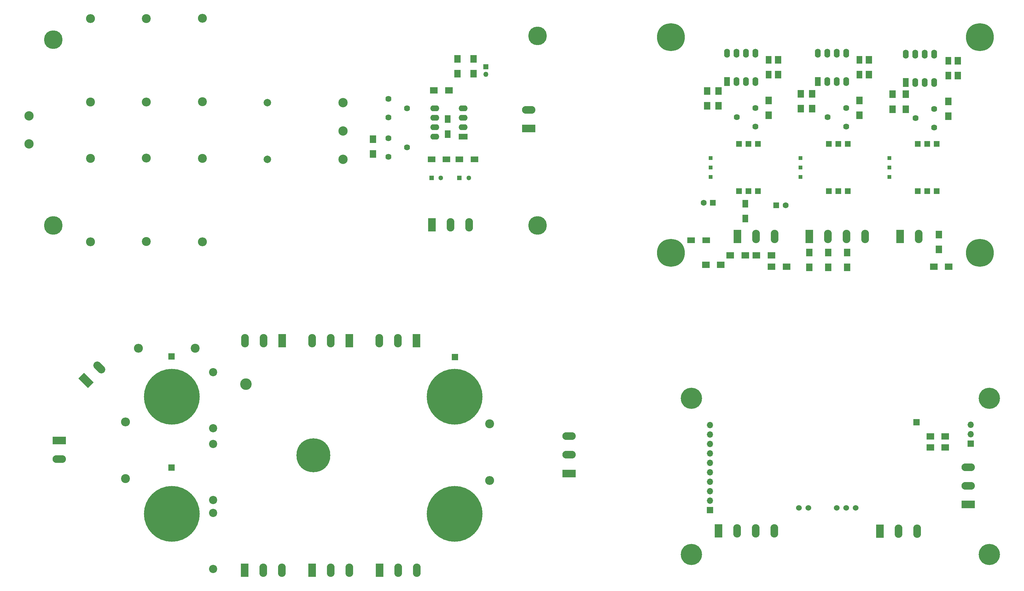
<source format=gbs>
G04 #@! TF.FileFunction,Soldermask,Bot*
%FSLAX46Y46*%
G04 Gerber Fmt 4.6, Leading zero omitted, Abs format (unit mm)*
G04 Created by KiCad (PCBNEW 4.0.6) date 2017 August 07, Monday 22:44:53*
%MOMM*%
%LPD*%
G01*
G04 APERTURE LIST*
%ADD10C,0.100000*%
%ADD11R,2.100000X3.600000*%
%ADD12O,2.100000X3.600000*%
%ADD13R,2.400000X1.600000*%
%ADD14O,2.400000X1.600000*%
%ADD15R,1.350000X1.350000*%
%ADD16O,1.350000X1.350000*%
%ADD17R,2.000000X1.600000*%
%ADD18R,1.600000X2.000000*%
%ADD19R,1.700000X2.000000*%
%ADD20R,2.000000X1.700000*%
%ADD21R,3.600000X2.100000*%
%ADD22O,3.600000X2.100000*%
%ADD23C,2.400000*%
%ADD24O,2.400000X2.400000*%
%ADD25C,2.500000*%
%ADD26R,1.300000X1.300000*%
%ADD27C,1.300000*%
%ADD28C,5.000000*%
%ADD29C,2.000000*%
%ADD30C,1.620000*%
%ADD31C,9.100000*%
%ADD32C,3.100000*%
%ADD33R,1.700000X1.700000*%
%ADD34C,2.200000*%
%ADD35C,15.000000*%
%ADD36C,2.100000*%
%ADD37O,1.700000X1.700000*%
%ADD38C,1.524000*%
%ADD39C,5.700000*%
%ADD40R,1.600000X2.400000*%
%ADD41O,1.600000X2.400000*%
%ADD42R,1.600000X1.600000*%
%ADD43C,1.600000*%
%ADD44R,1.100000X1.100000*%
%ADD45R,1.500000X1.500000*%
%ADD46C,7.500000*%
G04 APERTURE END LIST*
D10*
D11*
X131445000Y-79476600D03*
D12*
X136445000Y-79476600D03*
X141445000Y-79476600D03*
D13*
X139827000Y-55753000D03*
D14*
X132207000Y-48133000D03*
X139827000Y-53213000D03*
X132207000Y-50673000D03*
X139827000Y-50673000D03*
X132207000Y-53213000D03*
X139827000Y-48133000D03*
X132207000Y-55753000D03*
D15*
X145923000Y-36957000D03*
D16*
X145923000Y-38957000D03*
D17*
X131350000Y-61849000D03*
X135350000Y-61849000D03*
X138843000Y-61849000D03*
X142843000Y-61849000D03*
D18*
X135636000Y-51047900D03*
X135636000Y-55047900D03*
D19*
X138303000Y-38830000D03*
X138303000Y-34830000D03*
X115570000Y-60420000D03*
X115570000Y-56420000D03*
D20*
X131985000Y-43307000D03*
X135985000Y-43307000D03*
D19*
X142621000Y-38830000D03*
X142621000Y-34830000D03*
D21*
X157454600Y-53568600D03*
D22*
X157454600Y-48568600D03*
D23*
X39751000Y-61595000D03*
D24*
X39751000Y-83995000D03*
D23*
X39769000Y-46431200D03*
D24*
X39769000Y-24031200D03*
D23*
X54769000Y-83947000D03*
D24*
X54769000Y-61547000D03*
D23*
X54769000Y-24003000D03*
D24*
X54769000Y-46403000D03*
D23*
X69769000Y-61595000D03*
D24*
X69769000Y-83995000D03*
D23*
X69769000Y-46355000D03*
D24*
X69769000Y-23955000D03*
D25*
X23241000Y-57665000D03*
X23241000Y-50165000D03*
D26*
X131318000Y-66802000D03*
D27*
X133818000Y-66802000D03*
D26*
X138811000Y-66802000D03*
D27*
X141311000Y-66802000D03*
D28*
X159769000Y-28645000D03*
X159769000Y-79645000D03*
X29769000Y-79645000D03*
X29769000Y-29645000D03*
D29*
X87249000Y-61849000D03*
X87249000Y-46609000D03*
D25*
X107569000Y-61849000D03*
X107569000Y-54229000D03*
X107569000Y-46609000D03*
D30*
X119735600Y-45596800D03*
X124735600Y-48096800D03*
X119735600Y-50596800D03*
X119735600Y-56163200D03*
X124735600Y-58663200D03*
X119735600Y-61163200D03*
D31*
X99562000Y-141402000D03*
D32*
X81462000Y-122302000D03*
D33*
X61518800Y-114858800D03*
X61518800Y-144703800D03*
X137591800Y-114985800D03*
D34*
X72644000Y-171958000D03*
X72644000Y-156958000D03*
X72644000Y-153416000D03*
X72644000Y-138416000D03*
X72644000Y-134112000D03*
X72644000Y-119112000D03*
D23*
X146939000Y-132969000D03*
D24*
X146939000Y-148209000D03*
D23*
X49149000Y-147701000D03*
D24*
X49149000Y-132461000D03*
D23*
X67818000Y-112649000D03*
D24*
X52578000Y-112649000D03*
D35*
X137562000Y-157152000D03*
X137562000Y-125652000D03*
X61562000Y-125652000D03*
X61562000Y-157152000D03*
D11*
X91186000Y-110617000D03*
D12*
X86186000Y-110617000D03*
X81186000Y-110617000D03*
D11*
X81127600Y-172339000D03*
D12*
X86127600Y-172339000D03*
X91127600Y-172339000D03*
D11*
X109220000Y-110617000D03*
D12*
X104220000Y-110617000D03*
X99220000Y-110617000D03*
D11*
X99263200Y-172339000D03*
D12*
X104263200Y-172339000D03*
X109263200Y-172339000D03*
D11*
X127254000Y-110617000D03*
D12*
X122254000Y-110617000D03*
X117254000Y-110617000D03*
D11*
X117348000Y-172339000D03*
D12*
X122348000Y-172339000D03*
X127348000Y-172339000D03*
D21*
X168275000Y-146304000D03*
D22*
X168275000Y-141304000D03*
X168275000Y-136304000D03*
D21*
X31369000Y-137414000D03*
D22*
X31369000Y-142414000D03*
D10*
G36*
X39062130Y-123300254D02*
X36516546Y-120754670D01*
X38001470Y-119269746D01*
X40547054Y-121815330D01*
X39062130Y-123300254D01*
X39062130Y-123300254D01*
G37*
D36*
X41537004Y-117219136D02*
X42597664Y-118279796D01*
D33*
X276092000Y-138329000D03*
D37*
X276092000Y-135789000D03*
X276092000Y-133249000D03*
D21*
X275492000Y-154629000D03*
D22*
X275492000Y-149629000D03*
X275492000Y-144629000D03*
D33*
X206092000Y-156129000D03*
D37*
X206092000Y-153589000D03*
X206092000Y-151049000D03*
X206092000Y-148509000D03*
X206092000Y-145969000D03*
X206092000Y-143429000D03*
X206092000Y-140889000D03*
X206092000Y-138349000D03*
X206092000Y-135809000D03*
X206092000Y-133269000D03*
D11*
X208407000Y-161734500D03*
D12*
X213407000Y-161734500D03*
X218407000Y-161734500D03*
X223407000Y-161734500D03*
D11*
X251714000Y-161861500D03*
D12*
X256714000Y-161861500D03*
X261714000Y-161861500D03*
D33*
X261592000Y-132529000D03*
D20*
X269292000Y-136329000D03*
X265292000Y-136329000D03*
X269292000Y-139329000D03*
X265292000Y-139329000D03*
D38*
X229997000Y-155575000D03*
X232537000Y-155575000D03*
X240157000Y-155575000D03*
X242697000Y-155575000D03*
X245237000Y-155575000D03*
D39*
X201092000Y-126129000D03*
X201092000Y-168129000D03*
X281092000Y-126129000D03*
X281092000Y-168129000D03*
D11*
X213487000Y-82550000D03*
D12*
X218487000Y-82550000D03*
X223487000Y-82550000D03*
D11*
X232791000Y-82550000D03*
D12*
X237791000Y-82550000D03*
X242791000Y-82550000D03*
X247791000Y-82550000D03*
D11*
X257175000Y-82550000D03*
D12*
X262175000Y-82550000D03*
D18*
X215620600Y-77768200D03*
X215620600Y-73768200D03*
D17*
X205073000Y-83566000D03*
X201073000Y-83566000D03*
D18*
X270129000Y-35338000D03*
X270129000Y-39338000D03*
X246253000Y-35084000D03*
X246253000Y-39084000D03*
X221869000Y-35084000D03*
X221869000Y-39084000D03*
D40*
X235077000Y-40894000D03*
D41*
X242697000Y-33274000D03*
X237617000Y-40894000D03*
X240157000Y-33274000D03*
X240157000Y-40894000D03*
X237617000Y-33274000D03*
X242697000Y-40894000D03*
X235077000Y-33274000D03*
D40*
X258699000Y-41148000D03*
D41*
X266319000Y-33528000D03*
X261239000Y-41148000D03*
X263779000Y-33528000D03*
X263779000Y-41148000D03*
X261239000Y-33528000D03*
X266319000Y-41148000D03*
X258699000Y-33528000D03*
D40*
X210693000Y-40894000D03*
D41*
X218313000Y-33274000D03*
X213233000Y-40894000D03*
X215773000Y-33274000D03*
X215773000Y-40894000D03*
X213233000Y-33274000D03*
X218313000Y-40894000D03*
X210693000Y-33274000D03*
D19*
X205359000Y-43466000D03*
X205359000Y-47466000D03*
X230505000Y-44228000D03*
X230505000Y-48228000D03*
X258699000Y-44355000D03*
X258699000Y-48355000D03*
X224409000Y-35084000D03*
X224409000Y-39084000D03*
X221869000Y-50006000D03*
X221869000Y-46006000D03*
X248793000Y-35084000D03*
X248793000Y-39084000D03*
X246253000Y-50006000D03*
X246253000Y-46006000D03*
X272669000Y-35338000D03*
X272669000Y-39338000D03*
X270129000Y-50260000D03*
X270129000Y-46260000D03*
X208407000Y-47466000D03*
X208407000Y-43466000D03*
X233553000Y-48228000D03*
X233553000Y-44228000D03*
X255143000Y-48355000D03*
X255143000Y-44355000D03*
X232791000Y-90900000D03*
X232791000Y-86900000D03*
X237871000Y-90900000D03*
X237871000Y-86900000D03*
X242951000Y-90900000D03*
X242951000Y-86900000D03*
D20*
X215563200Y-87655400D03*
X211563200Y-87655400D03*
D19*
X267589000Y-82074000D03*
X267589000Y-86074000D03*
D42*
X206883000Y-73533000D03*
D43*
X204383000Y-73533000D03*
D42*
X223901000Y-74168000D03*
D43*
X226401000Y-74168000D03*
D20*
X209010000Y-90170000D03*
X205010000Y-90170000D03*
X270224000Y-90678000D03*
X266224000Y-90678000D03*
D30*
X218313000Y-53006000D03*
X213313000Y-50506000D03*
X218313000Y-48006000D03*
X242697000Y-53006000D03*
X237697000Y-50506000D03*
X242697000Y-48006000D03*
X266319000Y-53260000D03*
X261319000Y-50760000D03*
X266319000Y-48260000D03*
D20*
X226663000Y-90678000D03*
X222663000Y-90678000D03*
X218599000Y-87630000D03*
X222599000Y-87630000D03*
D44*
X230441000Y-66548000D03*
X230441000Y-61468000D03*
X230441000Y-64008000D03*
D45*
X243141000Y-70358000D03*
X240601000Y-70358000D03*
X238061000Y-70358000D03*
X243141000Y-57658000D03*
X240601000Y-57658000D03*
X238061000Y-57658000D03*
D44*
X254317000Y-66548000D03*
X254317000Y-61468000D03*
X254317000Y-64008000D03*
D45*
X267017000Y-70358000D03*
X264477000Y-70358000D03*
X261937000Y-70358000D03*
X267017000Y-57658000D03*
X264477000Y-57658000D03*
X261937000Y-57658000D03*
D44*
X206311000Y-66548000D03*
X206311000Y-61468000D03*
X206311000Y-64008000D03*
D45*
X219011000Y-70358000D03*
X216471000Y-70358000D03*
X213931000Y-70358000D03*
X219011000Y-57658000D03*
X216471000Y-57658000D03*
X213931000Y-57658000D03*
D46*
X195573000Y-28976000D03*
X278573000Y-28976000D03*
X195573000Y-86976000D03*
X278573000Y-86976000D03*
M02*

</source>
